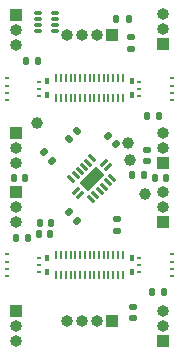
<source format=gbs>
G04 #@! TF.GenerationSoftware,KiCad,Pcbnew,8.0.7-8.0.7-0~ubuntu24.04.1*
G04 #@! TF.CreationDate,2024-12-29T20:55:18-07:00*
G04 #@! TF.ProjectId,ESP32-S3 Hub,45535033-322d-4533-9320-4875622e6b69,V1*
G04 #@! TF.SameCoordinates,Original*
G04 #@! TF.FileFunction,Soldermask,Bot*
G04 #@! TF.FilePolarity,Negative*
%FSLAX46Y46*%
G04 Gerber Fmt 4.6, Leading zero omitted, Abs format (unit mm)*
G04 Created by KiCad (PCBNEW 8.0.7-8.0.7-0~ubuntu24.04.1) date 2024-12-29 20:55:18*
%MOMM*%
%LPD*%
G01*
G04 APERTURE LIST*
G04 Aperture macros list*
%AMRoundRect*
0 Rectangle with rounded corners*
0 $1 Rounding radius*
0 $2 $3 $4 $5 $6 $7 $8 $9 X,Y pos of 4 corners*
0 Add a 4 corners polygon primitive as box body*
4,1,4,$2,$3,$4,$5,$6,$7,$8,$9,$2,$3,0*
0 Add four circle primitives for the rounded corners*
1,1,$1+$1,$2,$3*
1,1,$1+$1,$4,$5*
1,1,$1+$1,$6,$7*
1,1,$1+$1,$8,$9*
0 Add four rect primitives between the rounded corners*
20,1,$1+$1,$2,$3,$4,$5,0*
20,1,$1+$1,$4,$5,$6,$7,0*
20,1,$1+$1,$6,$7,$8,$9,0*
20,1,$1+$1,$8,$9,$2,$3,0*%
%AMRotRect*
0 Rectangle, with rotation*
0 The origin of the aperture is its center*
0 $1 length*
0 $2 width*
0 $3 Rotation angle, in degrees counterclockwise*
0 Add horizontal line*
21,1,$1,$2,0,0,$3*%
G04 Aperture macros list end*
%ADD10R,1.000000X1.000000*%
%ADD11O,1.000000X1.000000*%
%ADD12RoundRect,0.135000X-0.226274X-0.035355X-0.035355X-0.226274X0.226274X0.035355X0.035355X0.226274X0*%
%ADD13RoundRect,0.135000X-0.135000X-0.185000X0.135000X-0.185000X0.135000X0.185000X-0.135000X0.185000X0*%
%ADD14RoundRect,0.140000X0.170000X-0.140000X0.170000X0.140000X-0.170000X0.140000X-0.170000X-0.140000X0*%
%ADD15RoundRect,0.062500X-0.291682X-0.203293X-0.203293X-0.291682X0.291682X0.203293X0.203293X0.291682X0*%
%ADD16RoundRect,0.062500X-0.291682X0.203293X0.203293X-0.291682X0.291682X-0.203293X-0.203293X0.291682X0*%
%ADD17RotRect,1.000000X2.000000X315.000000*%
%ADD18RoundRect,0.140000X-0.140000X-0.170000X0.140000X-0.170000X0.140000X0.170000X-0.140000X0.170000X0*%
%ADD19RoundRect,0.140000X0.140000X0.170000X-0.140000X0.170000X-0.140000X-0.170000X0.140000X-0.170000X0*%
%ADD20C,1.000000*%
%ADD21R,0.230000X0.650000*%
%ADD22R,0.450000X0.530000*%
%ADD23RoundRect,0.135000X0.135000X0.185000X-0.135000X0.185000X-0.135000X-0.185000X0.135000X-0.185000X0*%
%ADD24RoundRect,0.135000X-0.035355X0.226274X-0.226274X0.035355X0.035355X-0.226274X0.226274X-0.035355X0*%
%ADD25R,0.440000X0.230000*%
%ADD26R,0.340000X0.230000*%
%ADD27RoundRect,0.140000X-0.170000X0.140000X-0.170000X-0.140000X0.170000X-0.140000X0.170000X0.140000X0*%
%ADD28RoundRect,0.050000X-0.285000X-0.100000X0.285000X-0.100000X0.285000X0.100000X-0.285000X0.100000X0*%
%ADD29RoundRect,0.135000X0.226274X0.035355X0.035355X0.226274X-0.226274X-0.035355X-0.035355X-0.226274X0*%
G04 APERTURE END LIST*
D10*
G04 #@! TO.C,J22*
X157290000Y-108900000D03*
D11*
X156020000Y-108900000D03*
X154750000Y-108900000D03*
X153480000Y-108900000D03*
G04 #@! TD*
D10*
G04 #@! TO.C,J10*
X149200000Y-93025000D03*
D11*
X149200000Y-94295000D03*
X149200000Y-95565000D03*
G04 #@! TD*
D10*
G04 #@! TO.C,J6*
X149200000Y-98025000D03*
D11*
X149200000Y-99295000D03*
X149200000Y-100565000D03*
G04 #@! TD*
D10*
G04 #@! TO.C,J2*
X161600000Y-110600000D03*
D11*
X161600000Y-109330000D03*
X161600000Y-108060000D03*
G04 #@! TD*
D10*
G04 #@! TO.C,J1*
X161600000Y-100540000D03*
D11*
X161600000Y-99270000D03*
X161600000Y-98000000D03*
G04 #@! TD*
D10*
G04 #@! TO.C,J7*
X161600000Y-85525000D03*
D11*
X161600000Y-84255000D03*
X161600000Y-82985000D03*
G04 #@! TD*
D10*
G04 #@! TO.C,J12*
X149200000Y-83000000D03*
D11*
X149200000Y-84270000D03*
X149200000Y-85540000D03*
G04 #@! TD*
D10*
G04 #@! TO.C,J21*
X157300000Y-84700000D03*
D11*
X156030000Y-84700000D03*
X154760000Y-84700000D03*
X153490000Y-84700000D03*
G04 #@! TD*
D10*
G04 #@! TO.C,J4*
X149200000Y-108050000D03*
D11*
X149200000Y-109320000D03*
X149200000Y-110590000D03*
G04 #@! TD*
D10*
G04 #@! TO.C,J9*
X161600000Y-95600000D03*
D11*
X161600000Y-94330000D03*
X161600000Y-93060000D03*
G04 #@! TD*
D12*
G04 #@! TO.C,R1*
X153639376Y-99739376D03*
X154360624Y-100460624D03*
G04 #@! TD*
D13*
G04 #@! TO.C,R10*
X157690000Y-83400000D03*
X158710000Y-83400000D03*
G04 #@! TD*
D14*
G04 #@! TO.C,C1*
X158900000Y-85880000D03*
X158900000Y-84920000D03*
G04 #@! TD*
D15*
G04 #@! TO.C,U2*
X154229981Y-97916466D03*
D16*
X153876427Y-96944194D03*
X154229981Y-96590641D03*
X154583534Y-96237087D03*
X154937087Y-95883534D03*
X155290641Y-95529981D03*
X155644194Y-95176427D03*
D15*
X156616466Y-95529981D03*
X156970019Y-95883534D03*
D16*
X157323573Y-96855806D03*
X156970019Y-97209359D03*
X156616466Y-97562913D03*
X156262913Y-97916466D03*
X155909359Y-98270019D03*
X155555806Y-98623573D03*
D15*
X154583534Y-98270019D03*
D17*
X155600000Y-96900000D03*
G04 #@! TD*
D18*
G04 #@! TO.C,C9*
X149020000Y-96800000D03*
X149980000Y-96800000D03*
G04 #@! TD*
D19*
G04 #@! TO.C,C2*
X152180000Y-100600000D03*
X151220000Y-100600000D03*
G04 #@! TD*
D12*
G04 #@! TO.C,R3*
X156939376Y-93239376D03*
X157660624Y-93960624D03*
G04 #@! TD*
D20*
G04 #@! TO.C,TP4*
X151000000Y-92200000D03*
G04 #@! TD*
D21*
G04 #@! TO.C,J14*
X158210000Y-105080000D03*
X158210000Y-103330000D03*
X157810000Y-105080000D03*
X157810000Y-103330000D03*
X157410000Y-105080000D03*
X157410000Y-103330000D03*
X157010000Y-105080000D03*
X157010000Y-103330000D03*
X156610000Y-105080000D03*
X156610000Y-103330000D03*
X156210000Y-105080000D03*
X156210000Y-103330000D03*
X155810000Y-105080000D03*
X155810000Y-103330000D03*
X155410000Y-105080000D03*
X155410000Y-103330000D03*
X155010000Y-105080000D03*
X155010000Y-103330000D03*
X154610000Y-105080000D03*
X154610000Y-103330000D03*
X154210000Y-105080000D03*
X154210000Y-103330000D03*
X153810000Y-105080000D03*
X153810000Y-103330000D03*
X153410000Y-105080000D03*
X153410000Y-103330000D03*
X153010000Y-105080000D03*
X153010000Y-103330000D03*
X152610000Y-105080000D03*
X152610000Y-103330000D03*
D22*
X159010000Y-104770000D03*
X159010000Y-103640000D03*
X151810000Y-104770000D03*
X151810000Y-103640000D03*
G04 #@! TD*
D14*
G04 #@! TO.C,C7*
X160300000Y-95380000D03*
X160300000Y-94420000D03*
G04 #@! TD*
D23*
G04 #@! TO.C,R20*
X151010000Y-86900000D03*
X149990000Y-86900000D03*
G04 #@! TD*
D24*
G04 #@! TO.C,R4*
X154360624Y-92839376D03*
X153639376Y-93560624D03*
G04 #@! TD*
D20*
G04 #@! TO.C,TP14*
X160100000Y-98200000D03*
G04 #@! TD*
D25*
G04 #@! TO.C,J11*
X148410000Y-90200000D03*
D26*
X151170000Y-89900000D03*
D25*
X148410000Y-89600000D03*
D26*
X151170000Y-89300000D03*
D25*
X148410000Y-89000000D03*
D26*
X151170000Y-88700000D03*
D25*
X148410000Y-88400000D03*
G04 #@! TD*
D27*
G04 #@! TO.C,C8*
X157700000Y-100320000D03*
X157700000Y-101280000D03*
G04 #@! TD*
D21*
G04 #@! TO.C,J17*
X158210000Y-90080000D03*
X158210000Y-88330000D03*
X157810000Y-90080000D03*
X157810000Y-88330000D03*
X157410000Y-90080000D03*
X157410000Y-88330000D03*
X157010000Y-90080000D03*
X157010000Y-88330000D03*
X156610000Y-90080000D03*
X156610000Y-88330000D03*
X156210000Y-90080000D03*
X156210000Y-88330000D03*
X155810000Y-90080000D03*
X155810000Y-88330000D03*
X155410000Y-90080000D03*
X155410000Y-88330000D03*
X155010000Y-90080000D03*
X155010000Y-88330000D03*
X154610000Y-90080000D03*
X154610000Y-88330000D03*
X154210000Y-90080000D03*
X154210000Y-88330000D03*
X153810000Y-90080000D03*
X153810000Y-88330000D03*
X153410000Y-90080000D03*
X153410000Y-88330000D03*
X153010000Y-90080000D03*
X153010000Y-88330000D03*
X152610000Y-90080000D03*
X152610000Y-88330000D03*
D22*
X159010000Y-89770000D03*
X159010000Y-88640000D03*
X151810000Y-89770000D03*
X151810000Y-88640000D03*
G04 #@! TD*
D20*
G04 #@! TO.C,TP1*
X158700000Y-93900000D03*
G04 #@! TD*
D13*
G04 #@! TO.C,R19*
X160290000Y-91600000D03*
X161310000Y-91600000D03*
G04 #@! TD*
D25*
G04 #@! TO.C,J8*
X162390000Y-88400000D03*
D26*
X159630000Y-88700000D03*
D25*
X162390000Y-89000000D03*
D26*
X159630000Y-89300000D03*
D25*
X162390000Y-89600000D03*
D26*
X159630000Y-89900000D03*
D25*
X162390000Y-90200000D03*
G04 #@! TD*
D20*
G04 #@! TO.C,TP12*
X158800000Y-95300000D03*
G04 #@! TD*
D14*
G04 #@! TO.C,C14*
X159100000Y-108680000D03*
X159100000Y-107720000D03*
G04 #@! TD*
D13*
G04 #@! TO.C,R11*
X158990000Y-96600000D03*
X160010000Y-96600000D03*
G04 #@! TD*
D28*
G04 #@! TO.C,U3*
X151010000Y-84350000D03*
X151010000Y-83850000D03*
X151010000Y-83350000D03*
X151010000Y-82850000D03*
X152490000Y-82850000D03*
X152490000Y-83350000D03*
X152490000Y-83850000D03*
X152490000Y-84350000D03*
G04 #@! TD*
D23*
G04 #@! TO.C,R18*
X150210000Y-101900000D03*
X149190000Y-101900000D03*
G04 #@! TD*
D25*
G04 #@! TO.C,J5*
X148410000Y-105100000D03*
D26*
X151170000Y-104800000D03*
D25*
X148410000Y-104500000D03*
D26*
X151170000Y-104200000D03*
D25*
X148410000Y-103900000D03*
D26*
X151170000Y-103600000D03*
D25*
X148410000Y-103300000D03*
G04 #@! TD*
D18*
G04 #@! TO.C,C5*
X160920000Y-96800000D03*
X161880000Y-96800000D03*
G04 #@! TD*
D13*
G04 #@! TO.C,R2*
X160700000Y-106500000D03*
X161720000Y-106500000D03*
G04 #@! TD*
D19*
G04 #@! TO.C,C3*
X152080000Y-101600000D03*
X151120000Y-101600000D03*
G04 #@! TD*
D25*
G04 #@! TO.C,J3*
X162390000Y-103300000D03*
D26*
X159630000Y-103600000D03*
D25*
X162390000Y-103900000D03*
D26*
X159630000Y-104200000D03*
D25*
X162390000Y-104500000D03*
D26*
X159630000Y-104800000D03*
D25*
X162390000Y-105100000D03*
G04 #@! TD*
D29*
G04 #@! TO.C,R5*
X152260624Y-95360624D03*
X151539376Y-94639376D03*
G04 #@! TD*
M02*

</source>
